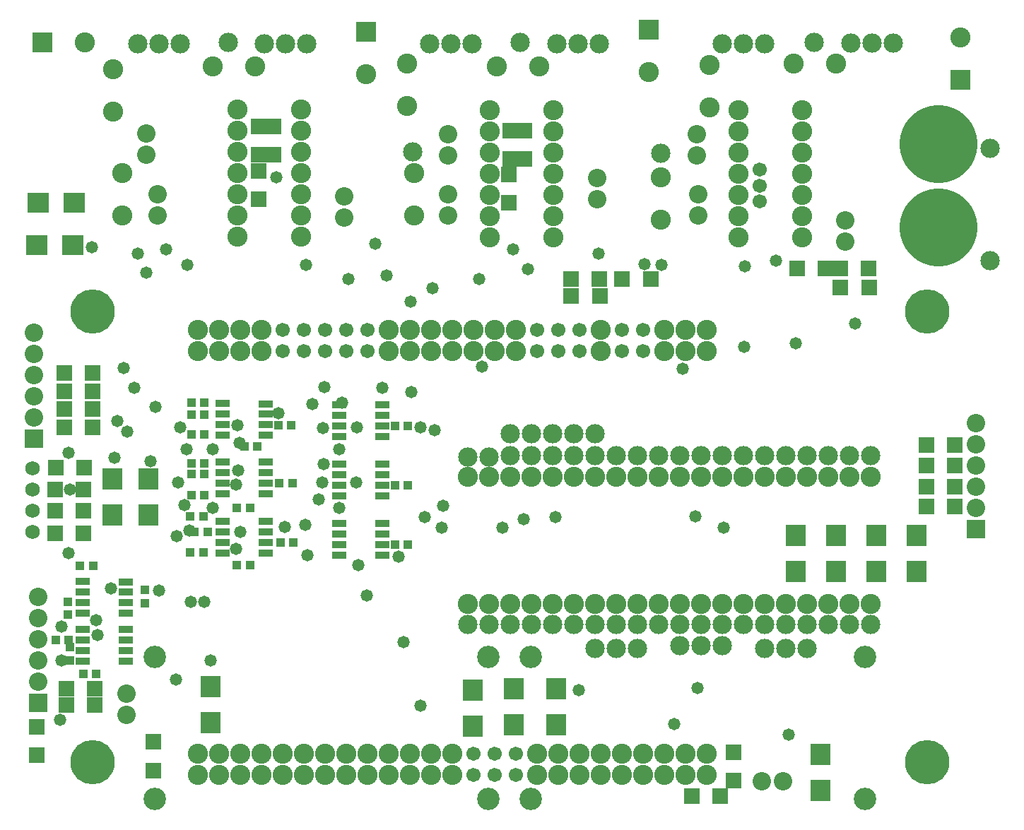
<source format=gts>
G04 Layer_Color=8388736*
%FSLAX23Y23*%
%MOIN*%
G70*
G01*
G75*
%ADD45R,0.068X0.032*%
%ADD46R,0.039X0.042*%
%ADD47R,0.072X0.072*%
%ADD48R,0.072X0.072*%
%ADD49R,0.042X0.039*%
%ADD50R,0.093X0.104*%
%ADD51R,0.104X0.093*%
%ADD52C,0.209*%
%ADD53C,0.095*%
%ADD54C,0.106*%
%ADD55C,0.087*%
%ADD56C,0.095*%
%ADD57C,0.067*%
%ADD58C,0.091*%
%ADD59R,0.095X0.095*%
%ADD60C,0.368*%
%ADD61C,0.067*%
%ADD62R,0.087X0.087*%
%ADD63R,0.095X0.095*%
%ADD64C,0.068*%
%ADD65C,0.058*%
D45*
X3664Y3446D02*
D03*
Y3496D02*
D03*
Y3546D02*
D03*
Y3595D02*
D03*
X3460Y3596D02*
D03*
Y3546D02*
D03*
Y3496D02*
D03*
Y3446D02*
D03*
X3664Y3671D02*
D03*
Y3721D02*
D03*
Y3771D02*
D03*
Y3820D02*
D03*
X3460Y3821D02*
D03*
Y3771D02*
D03*
Y3721D02*
D03*
Y3671D02*
D03*
X4874Y3946D02*
D03*
Y3996D02*
D03*
Y4046D02*
D03*
Y4095D02*
D03*
X4670Y4096D02*
D03*
Y4046D02*
D03*
Y3996D02*
D03*
Y3946D02*
D03*
X4874Y4226D02*
D03*
Y4276D02*
D03*
Y4326D02*
D03*
Y4375D02*
D03*
X4670Y4376D02*
D03*
Y4326D02*
D03*
Y4276D02*
D03*
Y4226D02*
D03*
X4874Y4506D02*
D03*
Y4556D02*
D03*
Y4606D02*
D03*
Y4655D02*
D03*
X4670Y4656D02*
D03*
Y4606D02*
D03*
Y4556D02*
D03*
Y4506D02*
D03*
X4120Y4286D02*
D03*
Y4236D02*
D03*
Y4336D02*
D03*
Y4386D02*
D03*
X4324Y4336D02*
D03*
Y4385D02*
D03*
Y4236D02*
D03*
Y4286D02*
D03*
X4120Y4561D02*
D03*
Y4511D02*
D03*
Y4611D02*
D03*
Y4661D02*
D03*
X4324Y4611D02*
D03*
Y4660D02*
D03*
Y4511D02*
D03*
Y4561D02*
D03*
X4120Y4006D02*
D03*
Y3956D02*
D03*
Y4056D02*
D03*
Y4106D02*
D03*
X4324Y4056D02*
D03*
Y4105D02*
D03*
Y3956D02*
D03*
Y4006D02*
D03*
D46*
X4934Y3995D02*
D03*
X4996D02*
D03*
X4934Y4275D02*
D03*
X4996D02*
D03*
X4934Y4555D02*
D03*
X4996D02*
D03*
X3449Y3895D02*
D03*
X3511D02*
D03*
X4224Y4460D02*
D03*
X4286D02*
D03*
X4036Y4665D02*
D03*
X3974D02*
D03*
X4036Y4610D02*
D03*
X3974D02*
D03*
Y4515D02*
D03*
X4036D02*
D03*
Y4380D02*
D03*
X3974D02*
D03*
X4036Y4330D02*
D03*
X3974D02*
D03*
Y4230D02*
D03*
X4036D02*
D03*
X4031Y4130D02*
D03*
X3969D02*
D03*
X4051Y4055D02*
D03*
X3989D02*
D03*
X3969Y3960D02*
D03*
X4031D02*
D03*
X4189Y3900D02*
D03*
X4251D02*
D03*
X4189Y4170D02*
D03*
X4251D02*
D03*
X4384Y4560D02*
D03*
X4446D02*
D03*
X4394Y4005D02*
D03*
X4456D02*
D03*
X4389Y4285D02*
D03*
X4451D02*
D03*
X3334Y3545D02*
D03*
X3396D02*
D03*
X3464Y3385D02*
D03*
X3526D02*
D03*
D47*
X5545Y5950D02*
D03*
Y5816D02*
D03*
X5478Y5950D02*
D03*
Y5816D02*
D03*
X5470Y5743D02*
D03*
Y5609D02*
D03*
X3245Y3001D02*
D03*
Y3135D02*
D03*
X3795Y2930D02*
D03*
Y3064D02*
D03*
X6530Y3015D02*
D03*
Y2881D02*
D03*
X4360Y5970D02*
D03*
Y5836D02*
D03*
X4290Y5759D02*
D03*
Y5625D02*
D03*
Y5969D02*
D03*
Y5835D02*
D03*
D48*
X6964Y5300D02*
D03*
X6830D02*
D03*
X3469Y4360D02*
D03*
X3335D02*
D03*
X6469Y2810D02*
D03*
X6335D02*
D03*
X3509Y4805D02*
D03*
X3375D02*
D03*
X3509Y4720D02*
D03*
X3375D02*
D03*
X3509Y4635D02*
D03*
X3375D02*
D03*
X3509Y4550D02*
D03*
X3375D02*
D03*
X6006Y5250D02*
D03*
X6140D02*
D03*
X5765D02*
D03*
X5899D02*
D03*
X5766Y5170D02*
D03*
X5900D02*
D03*
X7170Y5210D02*
D03*
X7036D02*
D03*
X7169Y5300D02*
D03*
X7035D02*
D03*
X7441Y4465D02*
D03*
X7575D02*
D03*
X7441Y4370D02*
D03*
X7575D02*
D03*
X7441Y4270D02*
D03*
X7575D02*
D03*
X7441Y4175D02*
D03*
X7575D02*
D03*
X3330Y4050D02*
D03*
X3464D02*
D03*
X3330Y4155D02*
D03*
X3464D02*
D03*
X3330Y4255D02*
D03*
X3464D02*
D03*
X3385Y3315D02*
D03*
X3519D02*
D03*
X3385Y3240D02*
D03*
X3519D02*
D03*
D49*
X3755Y3719D02*
D03*
Y3781D02*
D03*
X3390Y3726D02*
D03*
Y3664D02*
D03*
X3400Y3449D02*
D03*
Y3511D02*
D03*
D50*
X5695Y3315D02*
D03*
Y3145D02*
D03*
X5495Y3315D02*
D03*
Y3145D02*
D03*
X5300Y3310D02*
D03*
Y3140D02*
D03*
X4065Y3155D02*
D03*
Y3325D02*
D03*
X6940Y2835D02*
D03*
Y3005D02*
D03*
X7395Y3870D02*
D03*
Y4040D02*
D03*
X7205Y3870D02*
D03*
Y4040D02*
D03*
X7015Y3870D02*
D03*
Y4040D02*
D03*
X6825Y3870D02*
D03*
Y4040D02*
D03*
X3600Y4135D02*
D03*
Y4305D02*
D03*
X3770Y4135D02*
D03*
Y4305D02*
D03*
D51*
X3245Y5410D02*
D03*
X3415D02*
D03*
X3250Y5610D02*
D03*
X3420D02*
D03*
D52*
X3509Y2969D02*
D03*
Y5095D02*
D03*
X7446Y2969D02*
D03*
Y5095D02*
D03*
D53*
X3604Y6240D02*
D03*
Y6040D02*
D03*
X6419Y6260D02*
D03*
Y6060D02*
D03*
X4990Y6264D02*
D03*
Y6064D02*
D03*
X3647Y5748D02*
D03*
Y5548D02*
D03*
X6188Y5728D02*
D03*
Y5528D02*
D03*
X4276Y6253D02*
D03*
X4076D02*
D03*
X5025Y5748D02*
D03*
Y5548D02*
D03*
X5383Y5444D02*
D03*
Y5544D02*
D03*
Y5644D02*
D03*
Y5744D02*
D03*
Y5844D02*
D03*
Y5944D02*
D03*
X5683Y5444D02*
D03*
Y5544D02*
D03*
Y5644D02*
D03*
Y5844D02*
D03*
X5383Y6044D02*
D03*
X5683Y5744D02*
D03*
Y6044D02*
D03*
Y5944D02*
D03*
X5615Y6253D02*
D03*
X5415D02*
D03*
X6554Y5446D02*
D03*
Y5546D02*
D03*
Y5646D02*
D03*
Y5746D02*
D03*
Y5846D02*
D03*
Y5946D02*
D03*
X6854Y5446D02*
D03*
Y5546D02*
D03*
Y5646D02*
D03*
Y5846D02*
D03*
X6554Y6046D02*
D03*
X6854Y5746D02*
D03*
Y6046D02*
D03*
Y5946D02*
D03*
X7014Y6267D02*
D03*
X6814D02*
D03*
X4797Y6214D02*
D03*
X4190Y5449D02*
D03*
Y5549D02*
D03*
Y5649D02*
D03*
Y5749D02*
D03*
Y5849D02*
D03*
Y5949D02*
D03*
X4490Y5449D02*
D03*
Y5549D02*
D03*
Y5649D02*
D03*
Y5849D02*
D03*
X4190Y6049D02*
D03*
X4490Y5749D02*
D03*
Y6049D02*
D03*
Y5949D02*
D03*
X7600Y6390D02*
D03*
X6577Y4315D02*
D03*
X6877D02*
D03*
X7177D02*
D03*
Y3715D02*
D03*
X6877D02*
D03*
X6577D02*
D03*
X5377Y4315D02*
D03*
X5677D02*
D03*
X5977D02*
D03*
X6277D02*
D03*
Y3715D02*
D03*
X5977D02*
D03*
X5677D02*
D03*
X5377D02*
D03*
X7077Y4315D02*
D03*
X6977D02*
D03*
Y3715D02*
D03*
X7077D02*
D03*
X6777Y4315D02*
D03*
X6677D02*
D03*
Y3715D02*
D03*
X6777D02*
D03*
X6477Y4315D02*
D03*
X6377D02*
D03*
Y3715D02*
D03*
X6477D02*
D03*
X6177Y4315D02*
D03*
X6077D02*
D03*
Y3715D02*
D03*
X6177D02*
D03*
X5877Y4315D02*
D03*
X5777D02*
D03*
Y3715D02*
D03*
X5877D02*
D03*
X5577Y4315D02*
D03*
X5477D02*
D03*
Y3715D02*
D03*
X5577D02*
D03*
X5277Y4315D02*
D03*
Y3715D02*
D03*
X6130Y6225D02*
D03*
X3471Y6365D02*
D03*
D54*
X5575Y2795D02*
D03*
Y3464D02*
D03*
X7150Y2795D02*
D03*
Y3464D02*
D03*
X3800Y2795D02*
D03*
Y3464D02*
D03*
X5375Y2795D02*
D03*
Y3464D02*
D03*
D55*
X6765Y2880D02*
D03*
X6665D02*
D03*
X3668Y3293D02*
D03*
Y3193D02*
D03*
X4695Y5640D02*
D03*
Y5540D02*
D03*
X5887Y5727D02*
D03*
Y5627D02*
D03*
X5186Y5932D02*
D03*
Y5832D02*
D03*
X6357Y5932D02*
D03*
Y5832D02*
D03*
X6365Y5648D02*
D03*
Y5548D02*
D03*
X3816Y5648D02*
D03*
Y5548D02*
D03*
X3762Y5935D02*
D03*
Y5835D02*
D03*
X7058Y5525D02*
D03*
Y5425D02*
D03*
X3230Y4695D02*
D03*
Y4895D02*
D03*
Y4795D02*
D03*
Y4595D02*
D03*
Y4995D02*
D03*
X7675Y4270D02*
D03*
Y4470D02*
D03*
Y4370D02*
D03*
Y4170D02*
D03*
Y4570D02*
D03*
X5185Y5650D02*
D03*
Y5550D02*
D03*
X3250Y3450D02*
D03*
Y3650D02*
D03*
Y3750D02*
D03*
Y3350D02*
D03*
Y3550D02*
D03*
D56*
X6405Y5010D02*
D03*
Y4910D02*
D03*
X6305Y5010D02*
D03*
Y4910D02*
D03*
X6205Y5010D02*
D03*
Y4910D02*
D03*
X5905Y5010D02*
D03*
Y4910D02*
D03*
X5505Y5010D02*
D03*
Y4910D02*
D03*
X5405Y5010D02*
D03*
Y4910D02*
D03*
X5305Y5010D02*
D03*
Y4910D02*
D03*
X5205Y5010D02*
D03*
Y4910D02*
D03*
X5105Y5010D02*
D03*
Y4910D02*
D03*
X5005Y5010D02*
D03*
Y4910D02*
D03*
X4905Y5010D02*
D03*
Y4910D02*
D03*
X4305Y5010D02*
D03*
Y4910D02*
D03*
X4205Y5010D02*
D03*
Y4910D02*
D03*
X4105Y5010D02*
D03*
Y4910D02*
D03*
X4005Y5010D02*
D03*
Y4910D02*
D03*
X6405Y3010D02*
D03*
Y2910D02*
D03*
X6305Y3010D02*
D03*
Y2910D02*
D03*
X6205Y3010D02*
D03*
Y2910D02*
D03*
X6105Y3010D02*
D03*
Y2910D02*
D03*
X6005Y3010D02*
D03*
Y2910D02*
D03*
X5905Y3010D02*
D03*
Y2910D02*
D03*
X5805Y3010D02*
D03*
Y2910D02*
D03*
X5705Y3010D02*
D03*
Y2910D02*
D03*
X5605Y3010D02*
D03*
Y2910D02*
D03*
X5205Y3010D02*
D03*
Y2910D02*
D03*
X5105Y3010D02*
D03*
Y2910D02*
D03*
X5005Y3010D02*
D03*
Y2910D02*
D03*
X4905Y3010D02*
D03*
Y2910D02*
D03*
X4805Y3010D02*
D03*
Y2910D02*
D03*
X4705Y3010D02*
D03*
Y2910D02*
D03*
X4605Y3010D02*
D03*
Y2910D02*
D03*
X4505Y3010D02*
D03*
Y2910D02*
D03*
X4405Y3010D02*
D03*
Y2910D02*
D03*
X4305Y3010D02*
D03*
Y2910D02*
D03*
X4205Y3010D02*
D03*
Y2910D02*
D03*
X4105Y3010D02*
D03*
Y2910D02*
D03*
X4005Y3010D02*
D03*
Y2910D02*
D03*
D57*
X6105Y5010D02*
D03*
Y4910D02*
D03*
X6005Y5010D02*
D03*
Y4910D02*
D03*
X5805Y5010D02*
D03*
Y4910D02*
D03*
X5705Y5010D02*
D03*
Y4910D02*
D03*
X5605Y5010D02*
D03*
Y4910D02*
D03*
X4805Y5010D02*
D03*
Y4910D02*
D03*
X4705Y5010D02*
D03*
Y4910D02*
D03*
X4605Y5010D02*
D03*
Y4910D02*
D03*
X4505Y5010D02*
D03*
Y4910D02*
D03*
X4405Y5010D02*
D03*
Y4910D02*
D03*
X5505Y3010D02*
D03*
Y2910D02*
D03*
X5405Y3010D02*
D03*
Y2910D02*
D03*
X5305Y3010D02*
D03*
Y2910D02*
D03*
D58*
X5278Y4409D02*
D03*
X5578Y4414D02*
D03*
X5478D02*
D03*
X5577Y4520D02*
D03*
X5477D02*
D03*
X5878Y3504D02*
D03*
Y4414D02*
D03*
X5778D02*
D03*
X5777Y4520D02*
D03*
X5877D02*
D03*
X6078Y3504D02*
D03*
Y4414D02*
D03*
X6178D02*
D03*
X6378Y3519D02*
D03*
X6478D02*
D03*
Y4414D02*
D03*
X6378D02*
D03*
X6678Y3504D02*
D03*
X6778D02*
D03*
X6678Y4414D02*
D03*
X6778D02*
D03*
X7078D02*
D03*
X6978D02*
D03*
X5278Y3619D02*
D03*
X5578D02*
D03*
X5478D02*
D03*
X5878D02*
D03*
X5778D02*
D03*
X6178D02*
D03*
X6078D02*
D03*
X6378D02*
D03*
X6478D02*
D03*
X6778D02*
D03*
X6678D02*
D03*
X7078D02*
D03*
X6978D02*
D03*
X7740Y5335D02*
D03*
Y5864D02*
D03*
X5978Y3504D02*
D03*
Y4414D02*
D03*
X5678D02*
D03*
X5378Y4409D02*
D03*
X5677Y4520D02*
D03*
X6278Y3519D02*
D03*
X6878Y3504D02*
D03*
X7178Y4414D02*
D03*
X6578D02*
D03*
X6878D02*
D03*
X6278D02*
D03*
X4319Y6360D02*
D03*
X4419D02*
D03*
X4519D02*
D03*
X5678Y3619D02*
D03*
X5378D02*
D03*
X5978D02*
D03*
X5697Y6360D02*
D03*
X5797D02*
D03*
X5897D02*
D03*
X5099D02*
D03*
X5199D02*
D03*
X5299D02*
D03*
X5525Y6367D02*
D03*
X7178Y3619D02*
D03*
X6878D02*
D03*
X6578D02*
D03*
X6278D02*
D03*
X6477Y6358D02*
D03*
X6577D02*
D03*
X6677D02*
D03*
X6911Y6367D02*
D03*
X3721Y6360D02*
D03*
X3821D02*
D03*
X3921D02*
D03*
X4147Y6367D02*
D03*
X7084Y6363D02*
D03*
X7184D02*
D03*
X7284D02*
D03*
X5018Y5848D02*
D03*
X6188Y5843D02*
D03*
D59*
X4797Y6414D02*
D03*
X7600Y6190D02*
D03*
X6130Y6425D02*
D03*
D60*
X7497Y5493D02*
D03*
Y5887D02*
D03*
D61*
X6655Y5690D02*
D03*
Y5765D02*
D03*
Y5615D02*
D03*
D62*
X3230Y4495D02*
D03*
X7675Y4070D02*
D03*
X3250Y3250D02*
D03*
D63*
X3271Y6365D02*
D03*
D64*
X3225Y4155D02*
D03*
Y4055D02*
D03*
Y4355D02*
D03*
Y4255D02*
D03*
D65*
X3396Y4429D02*
D03*
X6791Y3100D02*
D03*
X6250Y3150D02*
D03*
X3360Y3450D02*
D03*
X3355Y3170D02*
D03*
X3820Y3780D02*
D03*
X5055Y3235D02*
D03*
X4075Y4170D02*
D03*
X4670D02*
D03*
X4075Y4445D02*
D03*
X4670D02*
D03*
X5008Y5142D02*
D03*
X3905Y4035D02*
D03*
X3900Y3360D02*
D03*
X4715Y5250D02*
D03*
X3360Y3610D02*
D03*
X3970Y3725D02*
D03*
X4875Y4735D02*
D03*
X5345Y4835D02*
D03*
X6110Y5320D02*
D03*
X3805Y4645D02*
D03*
X3655Y4830D02*
D03*
X4895Y5265D02*
D03*
X3505Y5400D02*
D03*
X3400Y4255D02*
D03*
X3395Y3955D02*
D03*
X3530Y3570D02*
D03*
X3595Y3790D02*
D03*
X3525Y3640D02*
D03*
X3964Y4063D02*
D03*
X4035Y3725D02*
D03*
X4065Y3450D02*
D03*
X4975Y3535D02*
D03*
X3940Y4182D02*
D03*
X3920Y4550D02*
D03*
X4599Y4376D02*
D03*
X3855Y5390D02*
D03*
X5800Y3310D02*
D03*
X4205Y4055D02*
D03*
X4185Y3975D02*
D03*
X3625Y4580D02*
D03*
X3610Y4405D02*
D03*
X4185Y4280D02*
D03*
X3910Y4290D02*
D03*
X3950Y4445D02*
D03*
X3670Y4530D02*
D03*
X6730Y5335D02*
D03*
X4375Y5730D02*
D03*
X4195Y4345D02*
D03*
X4575Y4210D02*
D03*
X4590Y4290D02*
D03*
X4190Y4560D02*
D03*
X5155Y4075D02*
D03*
X4800Y3755D02*
D03*
X6360Y3320D02*
D03*
X4385Y4615D02*
D03*
X4600Y4740D02*
D03*
X4685Y4665D02*
D03*
X4200Y4475D02*
D03*
X4755Y4550D02*
D03*
X4595Y4545D02*
D03*
X6580Y4930D02*
D03*
X4750Y4290D02*
D03*
X6585Y5310D02*
D03*
X6190Y5315D02*
D03*
X5895Y5370D02*
D03*
X6825Y4945D02*
D03*
X7105Y5040D02*
D03*
X4515Y5315D02*
D03*
X3720Y5370D02*
D03*
X3760Y5280D02*
D03*
X3780Y4390D02*
D03*
X3955Y5315D02*
D03*
X3705Y4735D02*
D03*
X5110Y5205D02*
D03*
X5440Y4075D02*
D03*
X6484Y4074D02*
D03*
X5690Y4125D02*
D03*
X5160Y4180D02*
D03*
X5055Y4550D02*
D03*
X5120Y4535D02*
D03*
X5010Y4715D02*
D03*
X4545Y4660D02*
D03*
X4415Y4080D02*
D03*
X4510Y4090D02*
D03*
X4520Y3945D02*
D03*
X4760Y3900D02*
D03*
X5540Y4115D02*
D03*
X4950Y3940D02*
D03*
X5075Y4125D02*
D03*
X6350Y4130D02*
D03*
X4840Y5415D02*
D03*
X5490Y5390D02*
D03*
X5330Y5250D02*
D03*
X5560Y5295D02*
D03*
X6290Y4825D02*
D03*
M02*

</source>
